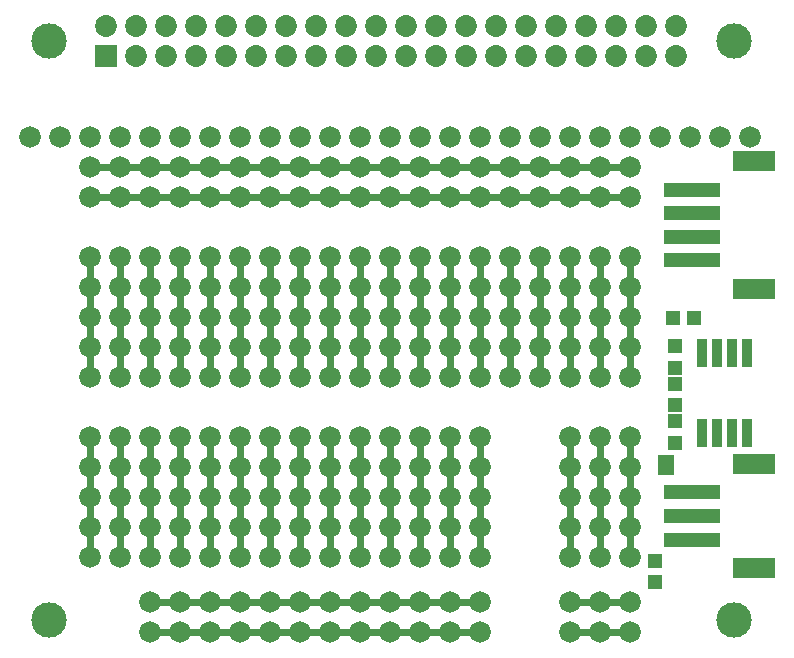
<source format=gts>
G75*
%MOIN*%
%OFA0B0*%
%FSLAX24Y24*%
%IPPOS*%
%LPD*%
%AMOC8*
5,1,8,0,0,1.08239X$1,22.5*
%
%ADD10C,0.1182*%
%ADD11C,0.0240*%
%ADD12C,0.0730*%
%ADD13R,0.0730X0.0730*%
%ADD14R,0.0320X0.0950*%
%ADD15R,0.0474X0.0513*%
%ADD16R,0.0513X0.0474*%
%ADD17C,0.0720*%
%ADD18R,0.1891X0.0474*%
%ADD19R,0.1419X0.0710*%
%ADD20R,0.0580X0.0330*%
D10*
X001528Y008711D03*
X001528Y028003D03*
X024363Y028003D03*
X024363Y008711D03*
D11*
X020900Y008333D02*
X018900Y008333D01*
X018900Y009333D02*
X020900Y009333D01*
X020900Y010833D02*
X020900Y014833D01*
X019900Y014833D02*
X019900Y010833D01*
X018900Y010833D02*
X018900Y014833D01*
X018900Y016833D02*
X018900Y020833D01*
X017900Y020833D02*
X017900Y016833D01*
X016900Y016833D02*
X016900Y020833D01*
X015900Y020833D02*
X015900Y016833D01*
X014900Y016833D02*
X014900Y020833D01*
X013900Y020833D02*
X013900Y016833D01*
X012900Y016833D02*
X012900Y020833D01*
X011900Y020833D02*
X011900Y016833D01*
X010900Y016833D02*
X010900Y020833D01*
X009900Y020833D02*
X009900Y016833D01*
X008900Y016833D02*
X008900Y020833D01*
X007900Y020833D02*
X007900Y016833D01*
X006900Y016833D02*
X006900Y020833D01*
X005900Y020833D02*
X005900Y016833D01*
X004900Y016833D02*
X004900Y020833D01*
X003900Y020833D02*
X003900Y016833D01*
X002900Y016833D02*
X002900Y020833D01*
X002900Y022833D02*
X020900Y022833D01*
X020900Y023833D02*
X002900Y023833D01*
X002900Y014833D02*
X002900Y010833D01*
X003900Y010833D02*
X003900Y014833D01*
X004900Y014833D02*
X004900Y010833D01*
X005900Y010833D02*
X005900Y014833D01*
X006900Y014833D02*
X006900Y010833D01*
X007900Y010833D02*
X007900Y014833D01*
X008900Y014833D02*
X008900Y010833D01*
X009900Y010833D02*
X009900Y014833D01*
X010900Y014833D02*
X010900Y010833D01*
X011900Y010833D02*
X011900Y014833D01*
X012900Y014833D02*
X012900Y010833D01*
X013900Y010833D02*
X013900Y014833D01*
X014900Y014833D02*
X014900Y010833D01*
X015900Y010833D02*
X015900Y014833D01*
X019900Y016833D02*
X019900Y020833D01*
X020900Y020833D02*
X020900Y016833D01*
X015900Y009333D02*
X004900Y009333D01*
X004900Y008333D02*
X015900Y008333D01*
D12*
X015445Y027503D03*
X015445Y028503D03*
X014445Y028503D03*
X014445Y027503D03*
X013445Y027503D03*
X013445Y028503D03*
X012445Y028503D03*
X012445Y027503D03*
X011445Y027503D03*
X011445Y028503D03*
X010445Y028503D03*
X010445Y027503D03*
X009445Y027503D03*
X009445Y028503D03*
X008445Y028503D03*
X008445Y027503D03*
X007445Y027503D03*
X007445Y028503D03*
X006445Y028503D03*
X005445Y028503D03*
X005445Y027503D03*
X006445Y027503D03*
X004445Y027503D03*
X004445Y028503D03*
X003445Y028503D03*
X016445Y028503D03*
X016445Y027503D03*
X017445Y027503D03*
X017445Y028503D03*
X018445Y028503D03*
X018445Y027503D03*
X019445Y027503D03*
X019445Y028503D03*
X020445Y028503D03*
X020445Y027503D03*
X021445Y027503D03*
X021445Y028503D03*
X022445Y028503D03*
X022445Y027503D03*
D13*
X003445Y027503D03*
D14*
X023319Y017608D03*
X023819Y017608D03*
X024319Y017608D03*
X024819Y017608D03*
X024819Y014958D03*
X024319Y014958D03*
X023819Y014958D03*
X023319Y014958D03*
D15*
X022400Y014629D03*
X022400Y015338D03*
X022400Y015879D03*
X022400Y016588D03*
X022400Y017129D03*
X022400Y017838D03*
X021750Y010688D03*
X021750Y009979D03*
D16*
X022346Y018783D03*
X023054Y018783D03*
D17*
X004900Y008333D03*
X004900Y009333D03*
X005900Y009333D03*
X005900Y008333D03*
X006900Y008333D03*
X006900Y009333D03*
X007900Y009333D03*
X007900Y008333D03*
X008900Y008333D03*
X008900Y009333D03*
X009900Y009333D03*
X009900Y008333D03*
X010900Y008333D03*
X011900Y008333D03*
X011900Y009333D03*
X010900Y009333D03*
X010900Y010833D03*
X011900Y010833D03*
X012900Y010833D03*
X013900Y010833D03*
X014900Y010833D03*
X015900Y010833D03*
X015900Y011833D03*
X015900Y012833D03*
X015900Y013833D03*
X014900Y013833D03*
X014900Y012833D03*
X014900Y011833D03*
X013900Y011833D03*
X013900Y012833D03*
X013900Y013833D03*
X012900Y013833D03*
X012900Y012833D03*
X012900Y011833D03*
X011900Y011833D03*
X010900Y011833D03*
X010900Y012833D03*
X011900Y012833D03*
X011900Y013833D03*
X010900Y013833D03*
X009900Y013833D03*
X009900Y012833D03*
X009900Y011833D03*
X009900Y010833D03*
X008900Y010833D03*
X007900Y010833D03*
X006900Y010833D03*
X005900Y010833D03*
X004900Y010833D03*
X003900Y010833D03*
X002900Y010833D03*
X002900Y011833D03*
X002900Y012833D03*
X002900Y013833D03*
X003900Y013833D03*
X003900Y012833D03*
X003900Y011833D03*
X004900Y011833D03*
X004900Y012833D03*
X004900Y013833D03*
X005900Y013833D03*
X005900Y012833D03*
X005900Y011833D03*
X006900Y011833D03*
X006900Y012833D03*
X006900Y013833D03*
X007900Y013833D03*
X007900Y012833D03*
X007900Y011833D03*
X008900Y011833D03*
X008900Y012833D03*
X008900Y013833D03*
X008900Y014833D03*
X007900Y014833D03*
X006900Y014833D03*
X005900Y014833D03*
X004900Y014833D03*
X003900Y014833D03*
X002900Y014833D03*
X002900Y016833D03*
X002900Y017833D03*
X002900Y018833D03*
X003900Y018833D03*
X003900Y017833D03*
X003900Y016833D03*
X004900Y016833D03*
X004900Y017833D03*
X004900Y018833D03*
X005900Y018833D03*
X005900Y017833D03*
X005900Y016833D03*
X006900Y016833D03*
X006900Y017833D03*
X006900Y018833D03*
X007900Y018833D03*
X007900Y017833D03*
X007900Y016833D03*
X008900Y016833D03*
X008900Y017833D03*
X008900Y018833D03*
X009900Y018833D03*
X009900Y017833D03*
X009900Y016833D03*
X010900Y016833D03*
X011900Y016833D03*
X011900Y017833D03*
X010900Y017833D03*
X010900Y018833D03*
X011900Y018833D03*
X012900Y018833D03*
X012900Y017833D03*
X012900Y016833D03*
X013900Y016833D03*
X013900Y017833D03*
X013900Y018833D03*
X014900Y018833D03*
X014900Y017833D03*
X014900Y016833D03*
X015900Y016833D03*
X015900Y017833D03*
X015900Y018833D03*
X016900Y018833D03*
X016900Y017833D03*
X016900Y016833D03*
X017900Y016833D03*
X018900Y016833D03*
X018900Y017833D03*
X017900Y017833D03*
X017900Y018833D03*
X018900Y018833D03*
X019900Y018833D03*
X019900Y017833D03*
X019900Y016833D03*
X020900Y016833D03*
X020900Y017833D03*
X020900Y018833D03*
X020900Y019833D03*
X020900Y020833D03*
X019900Y020833D03*
X019900Y019833D03*
X018900Y019833D03*
X017900Y019833D03*
X017900Y020833D03*
X018900Y020833D03*
X016900Y020833D03*
X016900Y019833D03*
X015900Y019833D03*
X015900Y020833D03*
X014900Y020833D03*
X014900Y019833D03*
X013900Y019833D03*
X013900Y020833D03*
X012900Y020833D03*
X012900Y019833D03*
X011900Y019833D03*
X010900Y019833D03*
X010900Y020833D03*
X011900Y020833D03*
X009900Y020833D03*
X009900Y019833D03*
X008900Y019833D03*
X008900Y020833D03*
X007900Y020833D03*
X007900Y019833D03*
X006900Y019833D03*
X006900Y020833D03*
X005900Y020833D03*
X005900Y019833D03*
X004900Y019833D03*
X003900Y019833D03*
X003900Y020833D03*
X004900Y020833D03*
X002900Y020833D03*
X002900Y019833D03*
X002900Y022833D03*
X002900Y023833D03*
X003900Y023833D03*
X003900Y022833D03*
X004900Y022833D03*
X004900Y023833D03*
X005900Y023833D03*
X005900Y022833D03*
X006900Y022833D03*
X006900Y023833D03*
X007900Y023833D03*
X007900Y022833D03*
X008900Y022833D03*
X008900Y023833D03*
X009900Y023833D03*
X009900Y022833D03*
X010900Y022833D03*
X011900Y022833D03*
X011900Y023833D03*
X010900Y023833D03*
X010900Y024833D03*
X011900Y024833D03*
X012900Y024833D03*
X012900Y023833D03*
X012900Y022833D03*
X013900Y022833D03*
X013900Y023833D03*
X014900Y023833D03*
X014900Y022833D03*
X015900Y022833D03*
X015900Y023833D03*
X016900Y023833D03*
X016900Y022833D03*
X017900Y022833D03*
X018900Y022833D03*
X018900Y023833D03*
X017900Y023833D03*
X017900Y024833D03*
X018900Y024833D03*
X019900Y024833D03*
X019900Y023833D03*
X019900Y022833D03*
X020900Y022833D03*
X020900Y023833D03*
X020900Y024833D03*
X021900Y024833D03*
X022900Y024833D03*
X023900Y024833D03*
X024900Y024833D03*
X016900Y024833D03*
X015900Y024833D03*
X014900Y024833D03*
X013900Y024833D03*
X009900Y024833D03*
X008900Y024833D03*
X007900Y024833D03*
X006900Y024833D03*
X005900Y024833D03*
X004900Y024833D03*
X003900Y024833D03*
X002900Y024833D03*
X001900Y024833D03*
X000900Y024833D03*
X009900Y014833D03*
X010900Y014833D03*
X011900Y014833D03*
X012900Y014833D03*
X013900Y014833D03*
X014900Y014833D03*
X015900Y014833D03*
X018900Y014833D03*
X018900Y013833D03*
X018900Y012833D03*
X018900Y011833D03*
X018900Y010833D03*
X019900Y010833D03*
X020900Y010833D03*
X020900Y011833D03*
X020900Y012833D03*
X020900Y013833D03*
X019900Y013833D03*
X019900Y012833D03*
X019900Y011833D03*
X019900Y009333D03*
X019900Y008333D03*
X018900Y008333D03*
X018900Y009333D03*
X020900Y009333D03*
X020900Y008333D03*
X015900Y008333D03*
X015900Y009333D03*
X014900Y009333D03*
X014900Y008333D03*
X013900Y008333D03*
X013900Y009333D03*
X012900Y009333D03*
X012900Y008333D03*
X019900Y014833D03*
X020900Y014833D03*
D18*
X022987Y012971D03*
X022987Y012183D03*
X022987Y011396D03*
X022987Y020702D03*
X022987Y021490D03*
X022987Y022277D03*
X022987Y023064D03*
D19*
X025034Y024009D03*
X025034Y019757D03*
X025034Y013916D03*
X025034Y010451D03*
D20*
X022100Y013706D03*
X022100Y014060D03*
M02*

</source>
